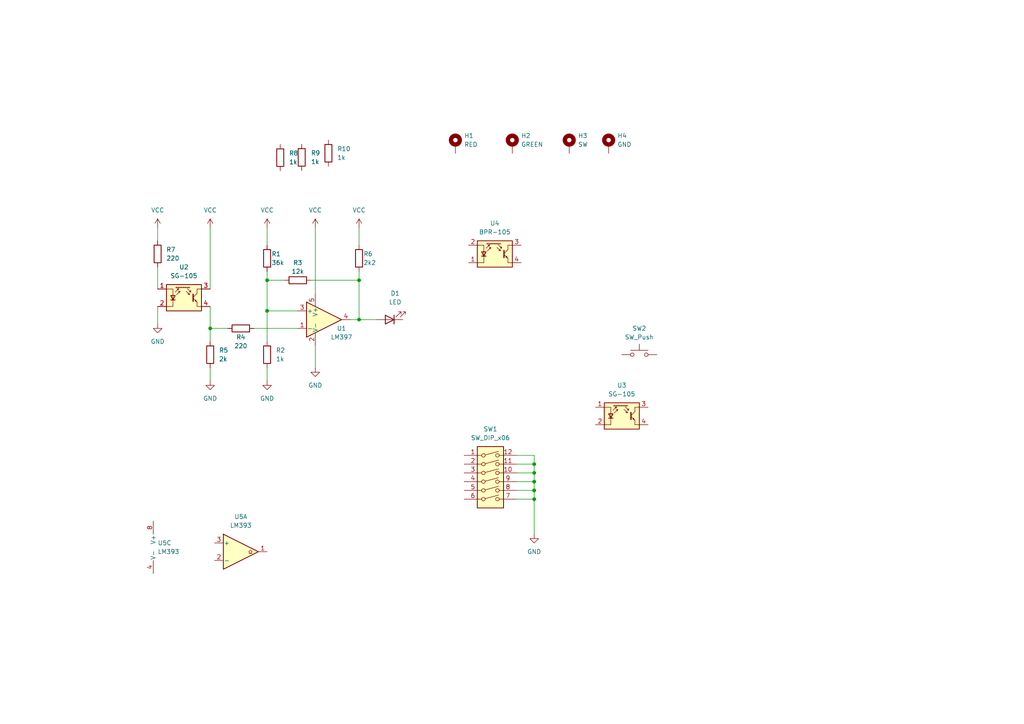
<source format=kicad_sch>
(kicad_sch (version 20230121) (generator eeschema)
  (paper "A4")
  (title_block (title "FILM MAGAZINE") (rev "1") (company "frogman crafts"))
  (lib_symbols
    (symbol "Comparator:LM393" (pin_names (offset 0.127))
      (property "Reference" "U" (at 3.81 3.81 0))
      (property "Value" "LM393" (at 6.35 -3.81 0))
      (symbol "LM393_1_1"
        (polyline (pts (xy -5.08 5.08) (xy 5.08 0) (xy -5.08 -5.08) (xy -5.08 5.08)) (stroke (width 0.254)) (fill (type background)))
        (polyline (pts (xy 3.302 -0.508) (xy 2.794 -0.508) (xy 3.302 0) (xy 2.794 0.508) (xy 2.286 0) (xy 2.794 -0.508) (xy 2.286 -0.508)) (stroke (width 0.127)))
        (pin open_collector line (at 7.62 0 180) (length 2.54) (name "~") (number "1"))
        (pin input line (at -7.62 -2.54 0) (length 2.54) (name "-") (number "2"))
        (pin input line (at -7.62 2.54 0) (length 2.54) (name "+") (number "3"))
      )
      (symbol "LM393_2_1"
        (polyline (pts (xy -5.08 5.08) (xy 5.08 0) (xy -5.08 -5.08) (xy -5.08 5.08)) (stroke (width 0.254)) (fill (type background)))
        (polyline (pts (xy 3.302 -0.508) (xy 2.794 -0.508) (xy 3.302 0) (xy 2.794 0.508) (xy 2.286 0) (xy 2.794 -0.508) (xy 2.286 -0.508)) (stroke (width 0.127)))
        (pin input line (at -7.62 2.54 0) (length 2.54) (name "+") (number "5"))
        (pin input line (at -7.62 -2.54 0) (length 2.54) (name "-") (number "6"))
        (pin open_collector line (at 7.62 0 180) (length 2.54) (name "~") (number "7"))
      )
      (symbol "LM393_3_1"
        (pin power_in line (at -2.54 -7.62 90) (length 3.81) (name "V-") (number "4"))
        (pin power_in line (at -2.54 7.62 270) (length 3.81) (name "V+") (number "8"))
      )
    )
    (symbol "Comparator:LM397" (pin_names (offset 0.127))
      (property "Reference" "U" (at 1.27 5.08 0))
      (property "Value" "LM397" (at 3.81 -5.08 0))
      (symbol "LM397_0_1"
        (polyline (pts (xy -5.08 5.08) (xy 5.08 0) (xy -5.08 -5.08) (xy -5.08 5.08)) (stroke (width 0.254)) (fill (type background)))
      )
      (symbol "LM397_1_1"
        (pin input line (at -7.62 -2.54 0) (length 2.54) (name "-") (number "1"))
        (pin power_in line (at -2.54 -7.62 90) (length 3.81) (name "V-") (number "2"))
        (pin input line (at -7.62 2.54 0) (length 2.54) (name "+") (number "3"))
        (pin open_collector line (at 7.62 0 180) (length 2.54) (name "~") (number "4"))
        (pin power_in line (at -2.54 7.62 270) (length 3.81) (name "V+") (number "5"))
      )
    )
    (symbol "Device:LED" (pin_numbers hide) (pin_names (offset 1.016) hide)
      (property "Reference" "D" (at 0 2.54 0))
      (property "Value" "LED" (at 0 -2.54 0))
      (symbol "LED_0_1"
        (polyline (pts (xy -1.27 -1.27) (xy -1.27 1.27)) (stroke (width 0.254)))
        (polyline (pts (xy -1.27 0) (xy 1.27 0)))
        (polyline (pts (xy 1.27 -1.27) (xy 1.27 1.27) (xy -1.27 0) (xy 1.27 -1.27)) (stroke (width 0.254)))
        (polyline (pts (xy -3.048 -0.762) (xy -4.572 -2.286) (xy -3.81 -2.286) (xy -4.572 -2.286) (xy -4.572 -1.524)))
        (polyline (pts (xy -1.778 -0.762) (xy -3.302 -2.286) (xy -2.54 -2.286) (xy -3.302 -2.286) (xy -3.302 -1.524)))
      )
      (symbol "LED_1_1"
        (pin passive line (at -3.81 0 0) (length 2.54) (name "K") (number "1"))
        (pin passive line (at 3.81 0 180) (length 2.54) (name "A") (number "2"))
      )
    )
    (symbol "Device:R" (pin_numbers hide) (pin_names (offset 0))
      (property "Reference" "R" (at 2.032 0 90))
      (property "Value" "R" (at 0 0 90))
      (symbol "R_0_1"
        (rectangle (start -1.016 -2.54) (end 1.016 2.54) (stroke (width 0.254)))
      )
      (symbol "R_1_1"
        (pin passive line (at 0 3.81 270) (length 1.27) (name "~") (number "1"))
        (pin passive line (at 0 -3.81 90) (length 1.27) (name "~") (number "2"))
      )
    )
    (symbol "Mechanical:MountingHole_Pad" (pin_numbers hide) (pin_names (offset 1.016) hide)
      (property "Reference" "H" (at 0 6.35 0))
      (property "Value" "MountingHole_Pad" (at 0 4.445 0))
      (symbol "MountingHole_Pad_0_1"
        (circle (center 0 1.27) (radius 1.27) (stroke (width 1.27)))
      )
      (symbol "MountingHole_Pad_1_1"
        (pin input line (at 0 -2.54 90) (length 2.54) (name "1") (number "1"))
      )
    )
    (symbol "Sensor_Proximity:BPR-105" (pin_names (offset 0.0254) hide)
      (property "Reference" "U" (at -5.08 5.08 0))
      (property "Value" "BPR-105" (at 7.62 5.08 0))
      (symbol "BPR-105_0_1"
        (polyline (pts (xy -3.81 -0.635) (xy -2.54 -0.635)) (stroke (width 0.254)))
        (polyline (pts (xy -2.286 2.921) (xy -2.032 3.175)))
        (polyline (pts (xy -1.778 2.921) (xy -1.524 3.175)))
        (polyline (pts (xy -1.524 2.667) (xy -1.651 2.159)))
        (polyline (pts (xy -1.27 2.921) (xy -1.016 3.175)))
        (polyline (pts (xy -1.143 1.905) (xy -1.27 1.397)))
        (polyline (pts (xy -0.762 2.921) (xy -0.508 3.175)))
        (polyline (pts (xy -0.254 2.921) (xy 0 3.175)))
        (polyline (pts (xy 0.254 2.921) (xy 0.508 3.175)))
        (polyline (pts (xy 0.762 2.921) (xy 1.016 3.175)))
        (polyline (pts (xy 1.27 2.921) (xy 1.524 3.175)))
        (polyline (pts (xy 1.651 0.889) (xy 1.143 1.016)))
        (polyline (pts (xy 1.778 2.921) (xy -2.413 2.921)))
        (polyline (pts (xy 2.032 1.651) (xy 1.524 1.778)))
        (polyline (pts (xy 2.667 -0.127) (xy 3.81 -1.27)))
        (polyline (pts (xy 2.667 0.127) (xy 3.81 1.27)))
        (polyline (pts (xy -2.54 1.651) (xy -1.524 2.667) (xy -2.032 2.54)))
        (polyline (pts (xy -2.159 0.889) (xy -1.143 1.905) (xy -1.651 1.778)))
        (polyline (pts (xy 0.635 1.905) (xy 1.651 0.889) (xy 1.524 1.397)))
        (polyline (pts (xy 1.016 2.667) (xy 2.032 1.651) (xy 1.905 2.159)))
        (polyline (pts (xy 2.667 1.016) (xy 2.667 -1.016) (xy 2.667 -1.016)) (stroke (width 0.3556)))
        (polyline (pts (xy 3.81 -1.27) (xy 3.81 -2.54) (xy 5.08 -2.54)))
        (polyline (pts (xy 3.81 1.27) (xy 3.81 2.54) (xy 5.08 2.54)))
        (polyline (pts (xy -5.08 -2.54) (xy -3.175 -2.54) (xy -3.175 2.54) (xy -5.08 2.54)))
        (polyline (pts (xy -3.175 -0.635) (xy -3.81 0.635) (xy -2.54 0.635) (xy -3.175 -0.635)) (stroke (width 0.254)))
        (polyline (pts (xy 3.683 -1.143) (xy 3.429 -0.635) (xy 3.175 -0.889) (xy 3.683 -1.143)))
        (polyline (pts (xy -5.08 -3.81) (xy 5.08 -3.81) (xy 5.08 3.81) (xy -5.08 3.81) (xy -5.08 -3.81)) (stroke (width 0.254)) (fill (type background)))
      )
      (symbol "BPR-105_1_1"
        (pin passive line (at -7.62 -2.54 0) (length 2.54) (name "K") (number "1"))
        (pin passive line (at -7.62 2.54 0) (length 2.54) (name "A") (number "2"))
        (pin open_collector line (at 7.62 2.54 180) (length 2.54) (name "C") (number "3"))
        (pin open_emitter line (at 7.62 -2.54 180) (length 2.54) (name "E") (number "4"))
      )
    )
    (symbol "Sensor_Proximity:SG-105" (pin_names (offset 1.016) hide)
      (property "Reference" "U" (at -3.81 5.08 0))
      (property "Value" "SG-105" (at 8.89 5.08 0))
      (symbol "SG-105_0_1"
        (polyline (pts (xy -3.81 -0.635) (xy -2.54 -0.635)) (stroke (width 0.254)))
        (polyline (pts (xy -2.286 2.921) (xy -2.032 3.175)))
        (polyline (pts (xy -1.778 2.921) (xy -1.524 3.175)))
        (polyline (pts (xy -1.524 2.667) (xy -1.651 2.159)))
        (polyline (pts (xy -1.27 2.921) (xy -1.016 3.175)))
        (polyline (pts (xy -1.143 1.905) (xy -1.27 1.397)))
        (polyline (pts (xy -0.762 2.921) (xy -0.508 3.175)))
        (polyline (pts (xy -0.254 2.921) (xy 0 3.175)))
        (polyline (pts (xy 0.254 2.921) (xy 0.508 3.175)))
        (polyline (pts (xy 0.762 2.921) (xy 1.016 3.175)))
        (polyline (pts (xy 1.27 2.921) (xy 1.524 3.175)))
        (polyline (pts (xy 1.651 0.889) (xy 1.143 1.016)))
        (polyline (pts (xy 1.778 2.921) (xy -2.413 2.921)))
        (polyline (pts (xy 2.032 1.651) (xy 1.524 1.778)))
        (polyline (pts (xy 2.667 -0.127) (xy 3.81 -1.27)))
        (polyline (pts (xy 2.667 0.127) (xy 3.81 1.27)))
        (polyline (pts (xy -2.54 1.651) (xy -1.524 2.667) (xy -2.032 2.54)))
        (polyline (pts (xy -2.159 0.889) (xy -1.143 1.905) (xy -1.651 1.778)))
        (polyline (pts (xy 0.635 1.905) (xy 1.651 0.889) (xy 1.524 1.397)))
        (polyline (pts (xy 1.016 2.667) (xy 2.032 1.651) (xy 1.905 2.159)))
        (polyline (pts (xy 2.667 1.016) (xy 2.667 -1.016) (xy 2.667 -1.016)) (stroke (width 0.3556)))
        (polyline (pts (xy 3.81 -1.27) (xy 3.81 -2.54) (xy 5.08 -2.54)))
        (polyline (pts (xy 3.81 1.27) (xy 3.81 2.54) (xy 5.08 2.54)))
        (polyline (pts (xy -5.08 -2.54) (xy -3.175 -2.54) (xy -3.175 2.54) (xy -5.08 2.54)))
        (polyline (pts (xy -3.175 -0.635) (xy -3.81 0.635) (xy -2.54 0.635) (xy -3.175 -0.635)) (stroke (width 0.254)))
        (polyline (pts (xy 3.683 -1.143) (xy 3.429 -0.635) (xy 3.175 -0.889) (xy 3.683 -1.143)))
        (polyline (pts (xy -5.08 -3.81) (xy 5.08 -3.81) (xy 5.08 3.81) (xy -5.08 3.81) (xy -5.08 -3.81)) (stroke (width 0.254)) (fill (type background)))
      )
      (symbol "SG-105_1_1"
        (pin passive line (at -7.62 2.54 0) (length 2.54) (name "A") (number "1"))
        (pin passive line (at -7.62 -2.54 0) (length 2.54) (name "K") (number "2"))
        (pin open_collector line (at 7.62 2.54 180) (length 2.54) (name "C") (number "3"))
        (pin open_emitter line (at 7.62 -2.54 180) (length 2.54) (name "E") (number "4"))
      )
    )
    (symbol "Switch:SW_DIP_x06" (pin_names (offset 0) hide)
      (property "Reference" "SW" (at 0 11.43 0))
      (property "Value" "SW_DIP_x06" (at 0 -8.89 0))
      (symbol "SW_DIP_x06_0_0"
        (circle (center -2.032 -5.08) (radius 0.508))
        (circle (center -2.032 -2.54) (radius 0.508))
        (circle (center -2.032 0) (radius 0.508))
        (circle (center -2.032 2.54) (radius 0.508))
        (circle (center -2.032 5.08) (radius 0.508))
        (circle (center -2.032 7.62) (radius 0.508))
        (polyline (pts (xy -1.524 -4.9276) (xy 2.3622 -3.8862)))
        (polyline (pts (xy -1.524 -2.3876) (xy 2.3622 -1.3462)))
        (polyline (pts (xy -1.524 0.127) (xy 2.3622 1.1684)))
        (polyline (pts (xy -1.524 2.667) (xy 2.3622 3.7084)))
        (polyline (pts (xy -1.524 5.207) (xy 2.3622 6.2484)))
        (polyline (pts (xy -1.524 7.747) (xy 2.3622 8.7884)))
        (circle (center 2.032 -5.08) (radius 0.508))
        (circle (center 2.032 -2.54) (radius 0.508))
        (circle (center 2.032 0) (radius 0.508))
        (circle (center 2.032 2.54) (radius 0.508))
        (circle (center 2.032 5.08) (radius 0.508))
        (circle (center 2.032 7.62) (radius 0.508))
      )
      (symbol "SW_DIP_x06_0_1"
        (rectangle (start -3.81 10.16) (end 3.81 -7.62) (stroke (width 0.254)) (fill (type background)))
      )
      (symbol "SW_DIP_x06_1_1"
        (pin passive line (at -7.62 7.62 0) (length 5.08) (name "~") (number "1"))
        (pin passive line (at 7.62 2.54 180) (length 5.08) (name "~") (number "10"))
        (pin passive line (at 7.62 5.08 180) (length 5.08) (name "~") (number "11"))
        (pin passive line (at 7.62 7.62 180) (length 5.08) (name "~") (number "12"))
        (pin passive line (at -7.62 5.08 0) (length 5.08) (name "~") (number "2"))
        (pin passive line (at -7.62 2.54 0) (length 5.08) (name "~") (number "3"))
        (pin passive line (at -7.62 0 0) (length 5.08) (name "~") (number "4"))
        (pin passive line (at -7.62 -2.54 0) (length 5.08) (name "~") (number "5"))
        (pin passive line (at -7.62 -5.08 0) (length 5.08) (name "~") (number "6"))
        (pin passive line (at 7.62 -5.08 180) (length 5.08) (name "~") (number "7"))
        (pin passive line (at 7.62 -2.54 180) (length 5.08) (name "~") (number "8"))
        (pin passive line (at 7.62 0 180) (length 5.08) (name "~") (number "9"))
      )
    )
    (symbol "Switch:SW_Push" (pin_numbers hide) (pin_names (offset 1.016) hide)
      (property "Reference" "SW" (at 1.27 2.54 0))
      (property "Value" "SW_Push" (at 0 -1.524 0))
      (symbol "SW_Push_0_1"
        (circle (center -2.032 0) (radius 0.508))
        (polyline (pts (xy 0 1.27) (xy 0 3.048)))
        (polyline (pts (xy 2.54 1.27) (xy -2.54 1.27)))
        (circle (center 2.032 0) (radius 0.508))
        (pin passive line (at -5.08 0 0) (length 2.54) (name "1") (number "1"))
        (pin passive line (at 5.08 0 180) (length 2.54) (name "2") (number "2"))
      )
    )
    (symbol "power:GND" (power) (pin_names (offset 0))
      (property "Value" "GND" (at 0 -3.81 0))
      (symbol "GND_0_1"
        (polyline (pts (xy 0 0) (xy 0 -1.27) (xy 1.27 -1.27) (xy 0 -2.54) (xy -1.27 -1.27) (xy 0 -1.27)))
      )
      (symbol "GND_1_1"
        (pin power_in line (at 0 0 270) (length 0) hide (name "GND") (number "1"))
      )
    )
    (symbol "power:VCC" (power) (pin_names (offset 0))
      (property "Value" "VCC" (at 0 3.81 0))
      (symbol "VCC_0_1"
        (polyline (pts (xy -0.762 1.27) (xy 0 2.54)))
        (polyline (pts (xy 0 0) (xy 0 2.54)))
        (polyline (pts (xy 0 2.54) (xy 0.762 1.27)))
      )
      (symbol "VCC_1_1"
        (pin power_in line (at 0 0 90) (length 0) hide (name "VCC") (number "1"))
      )
    )
  )
  (junction (at 104.14 92.71))
  (junction (at 154.94 139.7))
  (junction (at 154.94 134.62))
  (junction (at 77.47 81.28))
  (junction (at 154.94 142.24))
  (junction (at 77.47 90.17))
  (junction (at 104.14 81.28))
  (junction (at 60.96 95.25))
  (junction (at 154.94 137.16))
  (junction (at 154.94 144.78))
  (wire (pts (xy 91.44 100.33) (xy 91.44 106.68)))
  (wire (pts (xy 60.96 95.25) (xy 60.96 99.06)))
  (wire (pts (xy 77.47 81.28) (xy 77.47 90.17)))
  (wire (pts (xy 60.96 66.04) (xy 60.96 83.82)))
  (wire (pts (xy 77.47 78.74) (xy 77.47 81.28)))
  (wire (pts (xy 154.94 144.78) (xy 154.94 154.94)))
  (wire (pts (xy 149.86 139.7) (xy 154.94 139.7)))
  (wire (pts (xy 77.47 81.28) (xy 82.55 81.28)))
  (wire (pts (xy 60.96 95.25) (xy 66.04 95.25)))
  (wire (pts (xy 91.44 66.04) (xy 91.44 85.09)))
  (wire (pts (xy 154.94 139.7) (xy 154.94 142.24)))
  (wire (pts (xy 149.86 144.78) (xy 154.94 144.78)))
  (wire (pts (xy 60.96 88.9) (xy 60.96 95.25)))
  (wire (pts (xy 149.86 132.08) (xy 154.94 132.08)))
  (wire (pts (xy 77.47 90.17) (xy 77.47 99.06)))
  (wire (pts (xy 154.94 142.24) (xy 154.94 144.78)))
  (wire (pts (xy 149.86 134.62) (xy 154.94 134.62)))
  (wire (pts (xy 45.72 88.9) (xy 45.72 93.98)))
  (wire (pts (xy 101.6 92.71) (xy 104.14 92.71)))
  (wire (pts (xy 77.47 90.17) (xy 86.36 90.17)))
  (wire (pts (xy 149.86 142.24) (xy 154.94 142.24)))
  (wire (pts (xy 154.94 132.08) (xy 154.94 134.62)))
  (wire (pts (xy 45.72 66.04) (xy 45.72 69.85)))
  (wire (pts (xy 149.86 137.16) (xy 154.94 137.16)))
  (wire (pts (xy 154.94 134.62) (xy 154.94 137.16)))
  (wire (pts (xy 154.94 137.16) (xy 154.94 139.7)))
  (wire (pts (xy 104.14 81.28) (xy 104.14 92.71)))
  (wire (pts (xy 90.17 81.28) (xy 104.14 81.28)))
  (wire (pts (xy 104.14 92.71) (xy 109.22 92.71)))
  (wire (pts (xy 60.96 106.68) (xy 60.96 110.49)))
  (wire (pts (xy 104.14 78.74) (xy 104.14 81.28)))
  (wire (pts (xy 104.14 66.04) (xy 104.14 71.12)))
  (wire (pts (xy 45.72 77.47) (xy 45.72 83.82)))
  (wire (pts (xy 73.66 95.25) (xy 86.36 95.25)))
  (wire (pts (xy 77.47 66.04) (xy 77.47 71.12)))
  (wire (pts (xy 77.47 106.68) (xy 77.47 110.49)))
  (symbol (lib_id "Device:R") (at 95.25 44.45 0) (unit 1)
    (property "Reference" "R10" (at 97.79 43.18 0) (effects (justify left)))
    (property "Value" "1k" (at 97.79 45.72 0) (effects (justify left)))
  )
  (symbol (lib_id "Device:R") (at 60.96 102.87 0) (unit 1)
    (property "Reference" "R5" (at 63.5 101.6 0) (effects (justify left)))
    (property "Value" "2k" (at 63.5 104.14 0) (effects (justify left)))
  )
  (symbol (lib_id "Sensor_Proximity:SG-105") (at 180.34 120.65 0) (unit 1)
    (property "Reference" "U3" (at 180.34 111.76 0))
    (property "Value" "SG-105" (at 180.34 114.3 0))
    (property "Footprint" "OptoDevice:Kodenshi_SG105" (effects hide))
    (property "Datasheet" "http://www.kodenshi.co.jp/products/pdf/sensor/photointerrupter_ref/SG-105.pdf" (effects hide))
  )
  (symbol (lib_id "Sensor_Proximity:SG-105") (at 53.34 86.36 0) (unit 1)
    (property "Reference" "U2" (at 53.34 77.47 0))
    (property "Value" "SG-105" (at 53.34 80.01 0))
    (property "Footprint" "OptoDevice:Kodenshi_SG105" (effects hide))
    (property "Datasheet" "http://www.kodenshi.co.jp/products/pdf/sensor/photointerrupter_ref/SG-105.pdf" (effects hide))
  )
  (symbol (lib_id "Sensor_Proximity:BPR-105") (at 143.51 73.66 0) (unit 1)
    (property "Reference" "U4" (at 143.51 64.77 0))
    (property "Value" "BPR-105" (at 143.51 67.31 0))
    (property "Footprint" "OptoDevice:Everlight_ITR8307" (effects hide))
    (property "Datasheet" "http://www.ystone.com.tw/en/data/goods/IRPT/Photo%20Interrupters-Reflective%20Type.pdf" (effects hide))
  )
  (symbol (lib_id "power:GND") (at 77.47 110.49 0) (unit 1)
    (property "Reference" "#PWR05" (effects hide))
    (property "Value" "GND" (at 77.47 115.57 0))
  )
  (symbol (lib_id "Comparator:LM393") (at 69.85 160.02 0) (unit 1)
    (property "Reference" "U5" (at 69.85 149.86 0))
    (property "Value" "LM393" (at 69.85 152.4 0))
    (property "Datasheet" "http://www.ti.com/lit/ds/symlink/lm393.pdf" (effects hide))
  )
  (symbol (lib_id "power:GND") (at 154.94 154.94 0) (unit 1)
    (property "Reference" "#PWR010" (effects hide))
    (property "Value" "GND" (at 154.94 160.02 0))
  )
  (symbol (lib_id "Switch:SW_Push") (at 185.42 102.87 0) (unit 1)
    (property "Reference" "SW2" (at 185.42 95.25 0))
    (property "Value" "SW_Push" (at 185.42 97.79 0))
  )
  (symbol (lib_id "Mechanical:MountingHole_Pad") (at 165.1 41.91 0) (unit 1)
    (property "Reference" "H3" (at 167.64 39.37 0) (effects (justify left)))
    (property "Value" "SW" (at 167.64 41.91 0) (effects (justify left)))
  )
  (symbol (lib_id "power:GND") (at 60.96 110.49 0) (unit 1)
    (property "Reference" "#PWR07" (effects hide))
    (property "Value" "GND" (at 60.96 115.57 0))
  )
  (symbol (lib_id "Mechanical:MountingHole_Pad") (at 132.08 41.91 0) (unit 1)
    (property "Reference" "H1" (at 134.62 39.37 0) (effects (justify left)))
    (property "Value" "RED" (at 134.62 41.91 0) (effects (justify left)))
  )
  (symbol (lib_id "Mechanical:MountingHole_Pad") (at 176.53 41.91 0) (unit 1)
    (property "Reference" "H4" (at 179.07 39.37 0) (effects (justify left)))
    (property "Value" "GND" (at 179.07 41.91 0) (effects (justify left)))
  )
  (symbol (lib_id "Switch:SW_DIP_x06") (at 142.24 139.7 0) (unit 1)
    (property "Reference" "SW1" (at 142.24 124.46 0))
    (property "Value" "SW_DIP_x06" (at 142.24 127 0))
  )
  (symbol (lib_id "power:VCC") (at 104.14 66.04 0) (unit 1)
    (property "Reference" "#PWR03" (effects hide))
    (property "Value" "VCC" (at 104.14 60.96 0))
  )
  (symbol (lib_id "Comparator:LM393") (at 46.99 158.75 0) (unit 3)
    (property "Reference" "U5" (at 45.72 157.48 0) (effects (justify left)))
    (property "Value" "LM393" (at 45.72 160.02 0) (effects (justify left)))
    (property "Datasheet" "http://www.ti.com/lit/ds/symlink/lm393.pdf" (effects hide))
  )
  (symbol (lib_id "power:GND") (at 91.44 106.68 0) (unit 1)
    (property "Reference" "#PWR02" (effects hide))
    (property "Value" "GND" (at 91.44 111.76 0))
  )
  (symbol (lib_id "Device:R") (at 69.85 95.25 90) (unit 1)
    (property "Reference" "R4" (at 69.85 97.79 90))
    (property "Value" "220" (at 69.85 100.33 90))
  )
  (symbol (lib_id "Device:R") (at 87.5084 45.654 0) (unit 1)
    (property "Reference" "R9" (at 90.17 44.384 0) (effects (justify left)))
    (property "Value" "1k" (at 90.17 46.924 0) (effects (justify left)))
  )
  (symbol (lib_id "Device:R") (at 86.36 81.28 90) (unit 1)
    (property "Reference" "R3" (at 86.36 76.2 90))
    (property "Value" "12k" (at 86.36 78.74 90))
  )
  (symbol (lib_id "Comparator:LM397") (at 93.98 92.71 0) (unit 1)
    (property "Reference" "U1" (at 99.06 95.25 0))
    (property "Value" "LM397" (at 99.06 97.79 0))
    (property "Footprint" "Package_TO_SOT_SMD:SOT-23-5" (effects hide))
    (property "Datasheet" "http://www.ti.com/lit/ds/symlink/lm397.pdf" (effects hide))
  )
  (symbol (lib_id "Device:LED") (at 113.03 92.71 180) (unit 1)
    (property "Reference" "D1" (at 114.6175 85.09 0))
    (property "Value" "LED" (at 114.6175 87.63 0))
  )
  (symbol (lib_id "power:VCC") (at 45.72 66.04 0) (unit 1)
    (property "Reference" "#PWR08" (effects hide))
    (property "Value" "VCC" (at 45.72 60.96 0))
  )
  (symbol (lib_id "Device:R") (at 45.72 73.66 0) (unit 1)
    (property "Reference" "R7" (at 48.2107 72.39 0) (effects (justify left)))
    (property "Value" "220" (at 48.2107 74.93 0) (effects (justify left)))
  )
  (symbol (lib_id "Device:R") (at 77.47 74.93 0) (unit 1)
    (property "Reference" "R1" (at 78.74 73.66 0) (effects (justify left)))
    (property "Value" "36k" (at 78.74 76.2 0) (effects (justify left)))
  )
  (symbol (lib_id "power:GND") (at 45.72 93.98 0) (unit 1)
    (property "Reference" "#PWR09" (effects hide))
    (property "Value" "GND" (at 45.72 99.06 0))
  )
  (symbol (lib_id "Device:R") (at 104.14 74.93 0) (unit 1)
    (property "Reference" "R6" (at 105.41 73.66 0) (effects (justify left)))
    (property "Value" "2k2" (at 105.41 76.2 0) (effects (justify left)))
  )
  (symbol (lib_id "Mechanical:MountingHole_Pad") (at 148.59 41.91 0) (unit 1)
    (property "Reference" "H2" (at 151.13 39.37 0) (effects (justify left)))
    (property "Value" "GREEN" (at 151.13 41.91 0) (effects (justify left)))
  )
  (symbol (lib_id "Device:R") (at 81.28 45.72 0) (unit 1)
    (property "Reference" "R8" (at 83.82 44.45 0) (effects (justify left)))
    (property "Value" "1k" (at 83.82 46.99 0) (effects (justify left)))
  )
  (symbol (lib_id "power:VCC") (at 60.96 66.04 0) (unit 1)
    (property "Reference" "#PWR06" (effects hide))
    (property "Value" "VCC" (at 60.96 60.96 0))
  )
  (symbol (lib_id "Device:R") (at 77.47 102.87 0) (unit 1)
    (property "Reference" "R2" (at 80.01 101.6 0) (effects (justify left)))
    (property "Value" "1k" (at 80.01 104.14 0) (effects (justify left)))
  )
  (symbol (lib_id "power:VCC") (at 91.44 66.04 0) (unit 1)
    (property "Reference" "#PWR01" (effects hide))
    (property "Value" "VCC" (at 91.44 60.96 0))
  )
  (symbol (lib_id "power:VCC") (at 77.47 66.04 0) (unit 1)
    (property "Reference" "#PWR04" (effects hide))
    (property "Value" "VCC" (at 77.47 60.96 0))
  )
)
</source>
